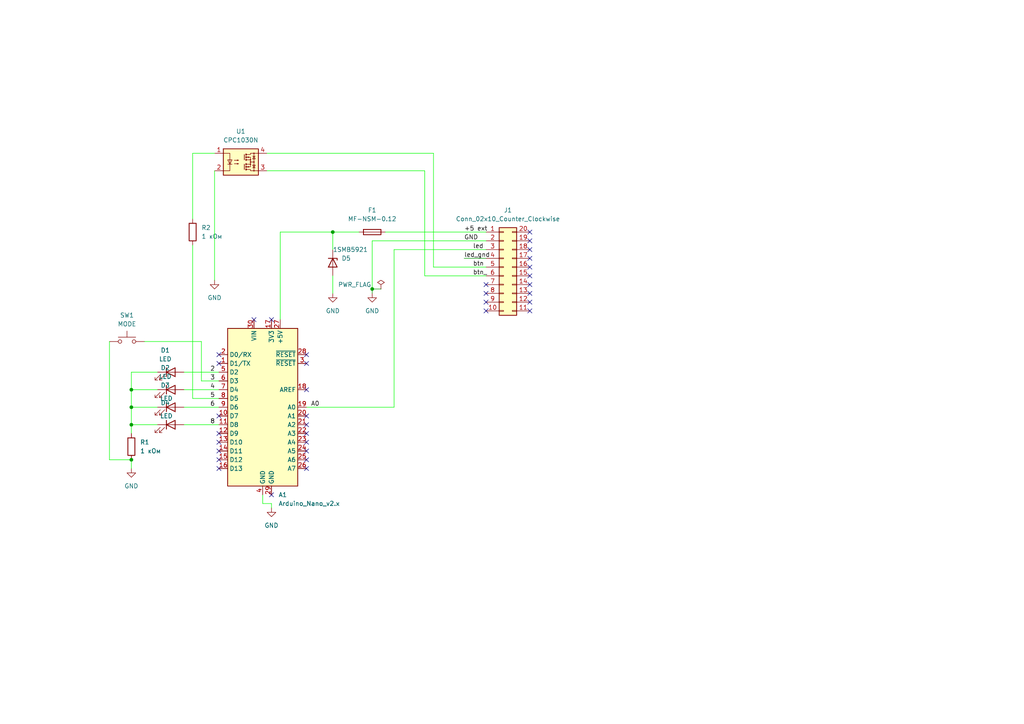
<source format=kicad_sch>
(kicad_sch (version 20211123) (generator eeschema)
  (paper "A4")
  (title_block (title "Conditioner") (date "2022-05-14"))
  (lib_symbols
    (symbol "Connector_Generic:Conn_02x10_Counter_Clockwise" (pin_names (offset 1.016) hide)
      (property "Reference" "J" (at 1.27 12.7 0))
      (property "Value" "Conn_02x10_Counter_Clockwise" (at 1.27 -15.24 0))
      (symbol "Conn_02x10_Counter_Clockwise_1_1"
        (rectangle (start -1.27 -12.573) (end 0 -12.827) (stroke (width 0.1524)))
        (rectangle (start -1.27 -10.033) (end 0 -10.287) (stroke (width 0.1524)))
        (rectangle (start -1.27 -7.493) (end 0 -7.747) (stroke (width 0.1524)))
        (rectangle (start -1.27 -4.953) (end 0 -5.207) (stroke (width 0.1524)))
        (rectangle (start -1.27 -2.413) (end 0 -2.667) (stroke (width 0.1524)))
        (rectangle (start -1.27 0.127) (end 0 -0.127) (stroke (width 0.1524)))
        (rectangle (start -1.27 2.667) (end 0 2.413) (stroke (width 0.1524)))
        (rectangle (start -1.27 5.207) (end 0 4.953) (stroke (width 0.1524)))
        (rectangle (start -1.27 7.747) (end 0 7.493) (stroke (width 0.1524)))
        (rectangle (start -1.27 10.287) (end 0 10.033) (stroke (width 0.1524)))
        (rectangle (start -1.27 11.43) (end 3.81 -13.97) (stroke (width 0.254)) (fill (type background)))
        (rectangle (start 3.81 -12.573) (end 2.54 -12.827) (stroke (width 0.1524)))
        (rectangle (start 3.81 -10.033) (end 2.54 -10.287) (stroke (width 0.1524)))
        (rectangle (start 3.81 -7.493) (end 2.54 -7.747) (stroke (width 0.1524)))
        (rectangle (start 3.81 -4.953) (end 2.54 -5.207) (stroke (width 0.1524)))
        (rectangle (start 3.81 -2.413) (end 2.54 -2.667) (stroke (width 0.1524)))
        (rectangle (start 3.81 0.127) (end 2.54 -0.127) (stroke (width 0.1524)))
        (rectangle (start 3.81 2.667) (end 2.54 2.413) (stroke (width 0.1524)))
        (rectangle (start 3.81 5.207) (end 2.54 4.953) (stroke (width 0.1524)))
        (rectangle (start 3.81 7.747) (end 2.54 7.493) (stroke (width 0.1524)))
        (rectangle (start 3.81 10.287) (end 2.54 10.033) (stroke (width 0.1524)))
        (pin passive line (at -5.08 10.16 0) (length 3.81) (name "Pin_1") (number "1"))
        (pin passive line (at -5.08 -12.7 0) (length 3.81) (name "Pin_10") (number "10"))
        (pin passive line (at 7.62 -12.7 180) (length 3.81) (name "Pin_11") (number "11"))
        (pin passive line (at 7.62 -10.16 180) (length 3.81) (name "Pin_12") (number "12"))
        (pin passive line (at 7.62 -7.62 180) (length 3.81) (name "Pin_13") (number "13"))
        (pin passive line (at 7.62 -5.08 180) (length 3.81) (name "Pin_14") (number "14"))
        (pin passive line (at 7.62 -2.54 180) (length 3.81) (name "Pin_15") (number "15"))
        (pin passive line (at 7.62 0 180) (length 3.81) (name "Pin_16") (number "16"))
        (pin passive line (at 7.62 2.54 180) (length 3.81) (name "Pin_17") (number "17"))
        (pin passive line (at 7.62 5.08 180) (length 3.81) (name "Pin_18") (number "18"))
        (pin passive line (at 7.62 7.62 180) (length 3.81) (name "Pin_19") (number "19"))
        (pin passive line (at -5.08 7.62 0) (length 3.81) (name "Pin_2") (number "2"))
        (pin passive line (at 7.62 10.16 180) (length 3.81) (name "Pin_20") (number "20"))
        (pin passive line (at -5.08 5.08 0) (length 3.81) (name "Pin_3") (number "3"))
        (pin passive line (at -5.08 2.54 0) (length 3.81) (name "Pin_4") (number "4"))
        (pin passive line (at -5.08 0 0) (length 3.81) (name "Pin_5") (number "5"))
        (pin passive line (at -5.08 -2.54 0) (length 3.81) (name "Pin_6") (number "6"))
        (pin passive line (at -5.08 -5.08 0) (length 3.81) (name "Pin_7") (number "7"))
        (pin passive line (at -5.08 -7.62 0) (length 3.81) (name "Pin_8") (number "8"))
        (pin passive line (at -5.08 -10.16 0) (length 3.81) (name "Pin_9") (number "9"))
      )
    )
    (symbol "Device:D_Zener" (pin_numbers hide) (pin_names (offset 1.016) hide)
      (property "Reference" "D" (at 0 2.54 0))
      (property "Value" "D_Zener" (at 0 -2.54 0))
      (symbol "D_Zener_0_1"
        (polyline (pts (xy 1.27 0) (xy -1.27 0)))
        (polyline (pts (xy -1.27 -1.27) (xy -1.27 1.27) (xy -0.762 1.27)) (stroke (width 0.254)))
        (polyline (pts (xy 1.27 -1.27) (xy 1.27 1.27) (xy -1.27 0) (xy 1.27 -1.27)) (stroke (width 0.254)))
      )
      (symbol "D_Zener_1_1"
        (pin passive line (at -3.81 0 0) (length 2.54) (name "K") (number "1"))
        (pin passive line (at 3.81 0 180) (length 2.54) (name "A") (number "2"))
      )
    )
    (symbol "Device:Fuse" (pin_numbers hide) (pin_names (offset 0))
      (property "Reference" "F" (at 2.032 0 90))
      (property "Value" "Fuse" (at -1.905 0 90))
      (symbol "Fuse_0_1"
        (rectangle (start -0.762 -2.54) (end 0.762 2.54) (stroke (width 0.254)))
        (polyline (pts (xy 0 2.54) (xy 0 -2.54)))
      )
      (symbol "Fuse_1_1"
        (pin passive line (at 0 3.81 270) (length 1.27) (name "~") (number "1"))
        (pin passive line (at 0 -3.81 90) (length 1.27) (name "~") (number "2"))
      )
    )
    (symbol "Device:LED" (pin_numbers hide) (pin_names (offset 1.016) hide)
      (property "Reference" "D" (at 0 2.54 0))
      (property "Value" "LED" (at 0 -2.54 0))
      (symbol "LED_0_1"
        (polyline (pts (xy -1.27 -1.27) (xy -1.27 1.27)) (stroke (width 0.254)))
        (polyline (pts (xy -1.27 0) (xy 1.27 0)))
        (polyline (pts (xy 1.27 -1.27) (xy 1.27 1.27) (xy -1.27 0) (xy 1.27 -1.27)) (stroke (width 0.254)))
        (polyline (pts (xy -3.048 -0.762) (xy -4.572 -2.286) (xy -3.81 -2.286) (xy -4.572 -2.286) (xy -4.572 -1.524)))
        (polyline (pts (xy -1.778 -0.762) (xy -3.302 -2.286) (xy -2.54 -2.286) (xy -3.302 -2.286) (xy -3.302 -1.524)))
      )
      (symbol "LED_1_1"
        (pin passive line (at -3.81 0 0) (length 2.54) (name "K") (number "1"))
        (pin passive line (at 3.81 0 180) (length 2.54) (name "A") (number "2"))
      )
    )
    (symbol "Device:R" (pin_numbers hide) (pin_names (offset 0))
      (property "Reference" "R" (at 2.032 0 90))
      (property "Value" "R" (at 0 0 90))
      (symbol "R_0_1"
        (rectangle (start -1.016 -2.54) (end 1.016 2.54) (stroke (width 0.254)))
      )
      (symbol "R_1_1"
        (pin passive line (at 0 3.81 270) (length 1.27) (name "~") (number "1"))
        (pin passive line (at 0 -3.81 90) (length 1.27) (name "~") (number "2"))
      )
    )
    (symbol "MCU_Module:Arduino_Nano_v2.x"
      (property "Reference" "A" (at -10.16 23.495 0))
      (property "Value" "Arduino_Nano_v2.x" (at 5.08 -24.13 0))
      (symbol "Arduino_Nano_v2.x_0_1"
        (rectangle (start -10.16 22.86) (end 10.16 -22.86) (stroke (width 0.254)) (fill (type background)))
      )
      (symbol "Arduino_Nano_v2.x_1_1"
        (pin bidirectional line (at -12.7 12.7 0) (length 2.54) (name "D1/TX") (number "1"))
        (pin bidirectional line (at -12.7 -2.54 0) (length 2.54) (name "D7") (number "10"))
        (pin bidirectional line (at -12.7 -5.08 0) (length 2.54) (name "D8") (number "11"))
        (pin bidirectional line (at -12.7 -7.62 0) (length 2.54) (name "D9") (number "12"))
        (pin bidirectional line (at -12.7 -10.16 0) (length 2.54) (name "D10") (number "13"))
        (pin bidirectional line (at -12.7 -12.7 0) (length 2.54) (name "D11") (number "14"))
        (pin bidirectional line (at -12.7 -15.24 0) (length 2.54) (name "D12") (number "15"))
        (pin bidirectional line (at -12.7 -17.78 0) (length 2.54) (name "D13") (number "16"))
        (pin power_out line (at 2.54 25.4 270) (length 2.54) (name "3V3") (number "17"))
        (pin input line (at 12.7 5.08 180) (length 2.54) (name "AREF") (number "18"))
        (pin bidirectional line (at 12.7 0 180) (length 2.54) (name "A0") (number "19"))
        (pin bidirectional line (at -12.7 15.24 0) (length 2.54) (name "D0/RX") (number "2"))
        (pin bidirectional line (at 12.7 -2.54 180) (length 2.54) (name "A1") (number "20"))
        (pin bidirectional line (at 12.7 -5.08 180) (length 2.54) (name "A2") (number "21"))
        (pin bidirectional line (at 12.7 -7.62 180) (length 2.54) (name "A3") (number "22"))
        (pin bidirectional line (at 12.7 -10.16 180) (length 2.54) (name "A4") (number "23"))
        (pin bidirectional line (at 12.7 -12.7 180) (length 2.54) (name "A5") (number "24"))
        (pin bidirectional line (at 12.7 -15.24 180) (length 2.54) (name "A6") (number "25"))
        (pin bidirectional line (at 12.7 -17.78 180) (length 2.54) (name "A7") (number "26"))
        (pin power_out line (at 5.08 25.4 270) (length 2.54) (name "+5V") (number "27"))
        (pin input line (at 12.7 15.24 180) (length 2.54) (name "~{RESET}") (number "28"))
        (pin power_in line (at 2.54 -25.4 90) (length 2.54) (name "GND") (number "29"))
        (pin input line (at 12.7 12.7 180) (length 2.54) (name "~{RESET}") (number "3"))
        (pin power_in line (at -2.54 25.4 270) (length 2.54) (name "VIN") (number "30"))
        (pin power_in line (at 0 -25.4 90) (length 2.54) (name "GND") (number "4"))
        (pin bidirectional line (at -12.7 10.16 0) (length 2.54) (name "D2") (number "5"))
        (pin bidirectional line (at -12.7 7.62 0) (length 2.54) (name "D3") (number "6"))
        (pin bidirectional line (at -12.7 5.08 0) (length 2.54) (name "D4") (number "7"))
        (pin bidirectional line (at -12.7 2.54 0) (length 2.54) (name "D5") (number "8"))
        (pin bidirectional line (at -12.7 0 0) (length 2.54) (name "D6") (number "9"))
      )
    )
    (symbol "Relay_SolidState:CPC1017N"
      (property "Reference" "U" (at -5.08 5.08 0))
      (property "Value" "CPC1017N" (at 0 5.08 0))
      (symbol "CPC1017N_0_1"
        (rectangle (start -5.08 3.81) (end 5.08 -3.81) (stroke (width 0.254)) (fill (type background)))
        (polyline (pts (xy -3.81 -0.635) (xy -2.54 -0.635)))
        (polyline (pts (xy 1.016 -0.635) (xy 1.016 -2.159)) (stroke (width 0.2032)))
        (polyline (pts (xy 1.016 2.159) (xy 1.016 0.635)) (stroke (width 0.2032)))
        (polyline (pts (xy 1.524 -0.508) (xy 1.524 -0.762)) (stroke (width 0.3556)))
        (polyline (pts (xy 2.794 0) (xy 3.81 0)))
        (polyline (pts (xy 3.429 -1.651) (xy 4.191 -1.651)))
        (polyline (pts (xy 3.429 1.651) (xy 4.191 1.651)))
        (polyline (pts (xy 3.81 -2.54) (xy 3.81 2.54)))
        (polyline (pts (xy 1.524 -2.032) (xy 1.524 -2.286) (xy 1.524 -2.286)) (stroke (width 0.3556)))
        (polyline (pts (xy 1.524 -1.27) (xy 1.524 -1.524) (xy 1.524 -1.524)) (stroke (width 0.3556)))
        (polyline (pts (xy 1.524 0.762) (xy 1.524 0.508) (xy 1.524 0.508)) (stroke (width 0.3556)))
        (polyline (pts (xy 1.524 1.524) (xy 1.524 1.27) (xy 1.524 1.27)) (stroke (width 0.3556)))
        (polyline (pts (xy 1.524 2.286) (xy 1.524 2.032) (xy 1.524 2.032)) (stroke (width 0.3556)))
        (polyline (pts (xy 1.651 -1.397) (xy 2.794 -1.397) (xy 2.794 -0.635)))
        (polyline (pts (xy 1.651 1.397) (xy 2.794 1.397) (xy 2.794 0.635)))
        (polyline (pts (xy -5.08 2.54) (xy -3.175 2.54) (xy -3.175 -2.54) (xy -5.08 -2.54)))
        (polyline (pts (xy -3.175 -0.635) (xy -3.81 0.635) (xy -2.54 0.635) (xy -3.175 -0.635)))
        (polyline (pts (xy 1.651 -2.159) (xy 2.794 -2.159) (xy 2.794 -2.54) (xy 5.08 -2.54)))
        (polyline (pts (xy 1.651 -0.635) (xy 2.794 -0.635) (xy 2.794 0.635) (xy 1.651 0.635)))
        (polyline (pts (xy 1.651 2.159) (xy 2.794 2.159) (xy 2.794 2.54) (xy 5.08 2.54)))
        (polyline (pts (xy 1.778 -1.397) (xy 2.286 -1.27) (xy 2.286 -1.524) (xy 1.778 -1.397)))
        (polyline (pts (xy 1.778 1.397) (xy 2.286 1.524) (xy 2.286 1.27) (xy 1.778 1.397)))
        (polyline (pts (xy 3.81 -1.651) (xy 3.429 -0.889) (xy 4.191 -0.889) (xy 3.81 -1.651)))
        (polyline (pts (xy 3.81 1.651) (xy 3.429 0.889) (xy 4.191 0.889) (xy 3.81 1.651)))
        (polyline (pts (xy -1.905 -0.508) (xy -0.635 -0.508) (xy -1.016 -0.635) (xy -1.016 -0.381) (xy -0.635 -0.508)))
        (polyline (pts (xy -1.905 0.508) (xy -0.635 0.508) (xy -1.016 0.381) (xy -1.016 0.635) (xy -0.635 0.508)))
        (circle (center 2.794 -0.635) (radius 0.127))
        (circle (center 2.794 0) (radius 0.127))
        (circle (center 2.794 0.635) (radius 0.127))
        (circle (center 3.81 -2.54) (radius 0.127))
        (circle (center 3.81 0) (radius 0.127))
        (circle (center 3.81 2.54) (radius 0.127))
      )
      (symbol "CPC1017N_1_1"
        (pin passive line (at -7.62 2.54 0) (length 2.54) (name "~") (number "1"))
        (pin passive line (at -7.62 -2.54 0) (length 2.54) (name "~") (number "2"))
        (pin passive line (at 7.62 -2.54 180) (length 2.54) (name "~") (number "3"))
        (pin passive line (at 7.62 2.54 180) (length 2.54) (name "~") (number "4"))
      )
    )
    (symbol "Switch:SW_Push" (pin_numbers hide) (pin_names (offset 1.016) hide)
      (property "Reference" "SW" (at 1.27 2.54 0))
      (property "Value" "SW_Push" (at 0 -1.524 0))
      (symbol "SW_Push_0_1"
        (circle (center -2.032 0) (radius 0.508))
        (polyline (pts (xy 0 1.27) (xy 0 3.048)))
        (polyline (pts (xy 2.54 1.27) (xy -2.54 1.27)))
        (circle (center 2.032 0) (radius 0.508))
        (pin passive line (at -5.08 0 0) (length 2.54) (name "1") (number "1"))
        (pin passive line (at 5.08 0 180) (length 2.54) (name "2") (number "2"))
      )
    )
    (symbol "power:GND" (power) (pin_names (offset 0))
      (property "Value" "GND" (at 0 -3.81 0))
      (symbol "GND_0_1"
        (polyline (pts (xy 0 0) (xy 0 -1.27) (xy 1.27 -1.27) (xy 0 -2.54) (xy -1.27 -1.27) (xy 0 -1.27)))
      )
      (symbol "GND_1_1"
        (pin power_in line (at 0 0 270) (length 0) hide (name "GND") (number "1"))
      )
    )
    (symbol "power:PWR_FLAG" (power) (pin_numbers hide) (pin_names (offset 0) hide)
      (property "Value" "PWR_FLAG" (at 0 3.81 0))
      (symbol "PWR_FLAG_0_0"
        (pin power_out line (at 0 0 90) (length 0) (name "pwr") (number "1"))
      )
      (symbol "PWR_FLAG_0_1"
        (polyline (pts (xy 0 0) (xy 0 1.27) (xy -1.016 1.905) (xy 0 2.54) (xy 1.016 1.905) (xy 0 1.27)))
      )
    )
  )
  (junction (at 38.1 133.35))
  (junction (at 38.1 123.19))
  (junction (at 96.52 67.31))
  (junction (at 107.95 83.82))
  (junction (at 38.1 113.03))
  (junction (at 38.1 118.11))
  (no_connect (at 78.74 143.51))
  (no_connect (at 78.74 92.71))
  (no_connect (at 63.5 120.65))
  (no_connect (at 63.5 125.73))
  (no_connect (at 63.5 130.81))
  (no_connect (at 63.5 128.27))
  (no_connect (at 63.5 105.41))
  (no_connect (at 63.5 102.87))
  (no_connect (at 73.66 92.71))
  (no_connect (at 63.5 135.89))
  (no_connect (at 63.5 133.35))
  (no_connect (at 88.9 135.89))
  (no_connect (at 88.9 133.35))
  (no_connect (at 88.9 130.81))
  (no_connect (at 88.9 128.27))
  (no_connect (at 88.9 125.73))
  (no_connect (at 88.9 123.19))
  (no_connect (at 88.9 120.65))
  (no_connect (at 88.9 113.03))
  (no_connect (at 88.9 105.41))
  (no_connect (at 88.9 102.87))
  (no_connect (at 140.97 85.09))
  (no_connect (at 153.67 69.85))
  (no_connect (at 153.67 67.31))
  (no_connect (at 153.67 82.55))
  (no_connect (at 153.67 80.01))
  (no_connect (at 153.67 77.47))
  (no_connect (at 153.67 74.93))
  (no_connect (at 153.67 72.39))
  (no_connect (at 140.97 82.55))
  (no_connect (at 140.97 87.63))
  (no_connect (at 140.97 90.17))
  (no_connect (at 153.67 90.17))
  (no_connect (at 153.67 87.63))
  (no_connect (at 153.67 85.09))
  (wire (pts (xy 81.28 67.31) (xy 96.52 67.31)) (stroke (width 0) (color 0 255 0 1)))
  (wire (pts (xy 140.97 77.47) (xy 125.73 77.47)) (stroke (width 0) (color 0 255 0 1)))
  (wire (pts (xy 38.1 123.19) (xy 45.72 123.19)) (stroke (width 0) (color 0 255 0 1)))
  (wire (pts (xy 55.88 44.45) (xy 55.88 63.5)) (stroke (width 0) (color 0 255 0 1)))
  (wire (pts (xy 107.95 83.82) (xy 107.95 85.09)))
  (wire (pts (xy 104.14 67.31) (xy 96.52 67.31)) (stroke (width 0) (color 0 255 0 1)))
  (wire (pts (xy 53.34 123.19) (xy 63.5 123.19)) (stroke (width 0) (color 0 255 0 1)))
  (wire (pts (xy 111.76 67.31) (xy 140.97 67.31)) (stroke (width 0) (color 0 255 0 1)))
  (wire (pts (xy 53.34 118.11) (xy 63.5 118.11)) (stroke (width 0) (color 0 255 0 1)))
  (wire (pts (xy 96.52 80.01) (xy 96.52 85.09)) (stroke (width 0) (color 0 255 0 1)))
  (wire (pts (xy 81.28 67.31) (xy 81.28 92.71)) (stroke (width 0) (color 0 255 0 1)))
  (wire (pts (xy 38.1 107.95) (xy 38.1 113.03)) (stroke (width 0) (color 0 255 0 1)))
  (wire (pts (xy 62.23 49.53) (xy 62.23 81.28)) (stroke (width 0) (color 0 255 0 1)))
  (wire (pts (xy 125.73 77.47) (xy 125.73 44.45)) (stroke (width 0) (color 0 255 0 1)))
  (wire (pts (xy 140.97 72.39) (xy 114.3 72.39)) (stroke (width 0) (color 0 255 0 1)))
  (wire (pts (xy 76.2 143.51) (xy 76.2 146.05)) (stroke (width 0) (color 0 255 0 1)))
  (wire (pts (xy 38.1 123.19) (xy 38.1 125.73)) (stroke (width 0) (color 0 255 0 1)))
  (wire (pts (xy 38.1 113.03) (xy 45.72 113.03)) (stroke (width 0) (color 0 255 0 1)))
  (wire (pts (xy 41.91 99.06) (xy 58.42 99.06)) (stroke (width 0) (color 0 255 0 1)))
  (wire (pts (xy 78.74 146.05) (xy 78.74 147.32)) (stroke (width 0) (color 0 255 0 1)))
  (wire (pts (xy 63.5 115.57) (xy 55.88 115.57)) (stroke (width 0) (color 0 255 0 1)))
  (wire (pts (xy 123.19 80.01) (xy 123.19 49.53)) (stroke (width 0) (color 0 255 0 1)))
  (wire (pts (xy 55.88 71.12) (xy 55.88 115.57)) (stroke (width 0) (color 0 255 0 1)))
  (wire (pts (xy 53.34 113.03) (xy 63.5 113.03)) (stroke (width 0) (color 0 255 0 1)))
  (wire (pts (xy 114.3 72.39) (xy 114.3 118.11)) (stroke (width 0) (color 0 255 0 1)))
  (wire (pts (xy 140.97 69.85) (xy 107.95 69.85)) (stroke (width 0) (color 0 255 0 1)))
  (wire (pts (xy 140.97 80.01) (xy 123.19 80.01)) (stroke (width 0) (color 0 255 0 1)))
  (wire (pts (xy 107.95 69.85) (xy 107.95 83.82)) (stroke (width 0) (color 0 255 0 1)))
  (wire (pts (xy 88.9 118.11) (xy 114.3 118.11)) (stroke (width 0) (color 0 255 0 1)))
  (wire (pts (xy 38.1 133.35) (xy 38.1 135.89)) (stroke (width 0) (color 0 255 0 1)))
  (wire (pts (xy 31.75 133.35) (xy 31.75 99.06)) (stroke (width 0) (color 0 255 0 1)))
  (wire (pts (xy 125.73 44.45) (xy 77.47 44.45)) (stroke (width 0) (color 0 255 0 1)))
  (wire (pts (xy 38.1 113.03) (xy 38.1 118.11)) (stroke (width 0) (color 0 255 0 1)))
  (wire (pts (xy 58.42 99.06) (xy 58.42 110.49)) (stroke (width 0) (color 0 255 0 1)))
  (wire (pts (xy 123.19 49.53) (xy 77.47 49.53)) (stroke (width 0) (color 0 255 0 1)))
  (wire (pts (xy 134.62 74.93) (xy 140.97 74.93)))
  (wire (pts (xy 76.2 146.05) (xy 78.74 146.05)) (stroke (width 0) (color 0 255 0 1)))
  (wire (pts (xy 38.1 133.35) (xy 31.75 133.35)) (stroke (width 0) (color 0 255 0 1)))
  (wire (pts (xy 107.95 83.82) (xy 110.49 83.82)))
  (wire (pts (xy 96.52 67.31) (xy 96.52 72.39)) (stroke (width 0) (color 0 255 0 1)))
  (wire (pts (xy 38.1 118.11) (xy 45.72 118.11)) (stroke (width 0) (color 0 255 0 1)))
  (wire (pts (xy 55.88 44.45) (xy 62.23 44.45)) (stroke (width 0) (color 0 255 0 1)))
  (wire (pts (xy 38.1 107.95) (xy 45.72 107.95)) (stroke (width 0) (color 0 255 0 1)))
  (wire (pts (xy 38.1 118.11) (xy 38.1 123.19)) (stroke (width 0) (color 0 255 0 1)))
  (wire (pts (xy 58.42 110.49) (xy 63.5 110.49)) (stroke (width 0) (color 0 255 0 1)))
  (wire (pts (xy 53.34 107.95) (xy 63.5 107.95)) (stroke (width 0) (color 0 255 0 1)))
  (label "GND" (at 134.62 69.85 0))
  (label "5" (at 60.96 115.57 0))
  (label "led" (at 137.16 72.39 0))
  (label "btn_" (at 137.16 80.01 0))
  (label "8" (at 60.96 123.19 0))
  (label "6" (at 60.96 118.11 0))
  (label "+5 ext" (at 134.62 67.31 0))
  (label "4" (at 60.96 113.03 0))
  (label "led_gnd" (at 134.62 74.93 0))
  (label "2" (at 60.96 107.95 0))
  (label "3" (at 60.96 110.49 0))
  (label "A0" (at 90.17 118.11 0))
  (label "btn" (at 137.16 77.47 0))
  (symbol (lib_id "Connector_Generic:Conn_02x10_Counter_Clockwise") (at 146.05 77.47 0) (unit 1)
    (property "Reference" "J1" (at 147.32 60.96 0))
    (property "Value" "Conn_02x10_Counter_Clockwise" (at 147.32 63.5 0))
  )
  (symbol (lib_id "power:GND") (at 107.95 85.09 0) (unit 1)
    (property "Reference" "#PWR0105" (effects hide))
    (property "Value" "GND" (at 107.95 90.17 0))
  )
  (symbol (lib_id "power:PWR_FLAG") (at 110.49 83.82 0) (unit 1)
    (property "Reference" "#FLG0101" (effects hide))
    (property "Value" "PWR_FLAG" (at 102.87 82.55 0))
  )
  (symbol (lib_id "MCU_Module:Arduino_Nano_v2.x") (at 76.2 118.11 0) (unit 1)
    (property "Reference" "A1" (at 80.7594 143.51 0) (effects (justify left)))
    (property "Value" "Arduino_Nano_v2.x" (at 80.7594 146.05 0) (effects (justify left)))
    (property "Footprint" "Module:Arduino_Nano" (effects hide))
    (property "Datasheet" "https://www.arduino.cc/en/uploads/Main/ArduinoNanoManual23.pdf" (effects hide))
  )
  (symbol (lib_id "Device:Fuse") (at 107.95 67.31 90) (unit 1)
    (property "Reference" "F1" (at 107.95 60.96 90))
    (property "Value" "MF-NSM-0.12" (at 107.95 63.5 90))
  )
  (symbol (lib_id "Device:LED") (at 49.53 118.11 0) (unit 1)
    (property "Reference" "D3" (at 47.9425 111.76 0))
    (property "Value" "LED" (at 48.26 115.57 0))
  )
  (symbol (lib_id "Device:LED") (at 49.53 113.03 0) (unit 1)
    (property "Reference" "D2" (at 47.9425 106.68 0))
    (property "Value" "LED" (at 47.9425 109.22 0))
  )
  (symbol (lib_id "power:GND") (at 96.52 85.09 0) (unit 1)
    (property "Reference" "#PWR0104" (effects hide))
    (property "Value" "GND" (at 96.52 90.17 0))
  )
  (symbol (lib_id "Device:LED") (at 49.53 123.19 0) (unit 1)
    (property "Reference" "D4" (at 47.9425 116.84 0))
    (property "Value" "LED" (at 48.26 120.65 0))
  )
  (symbol (lib_id "power:GND") (at 78.74 147.32 0) (unit 1)
    (property "Reference" "#PWR0102" (effects hide))
    (property "Value" "GND" (at 78.74 152.4 0))
  )
  (symbol (lib_id "Device:D_Zener") (at 96.52 76.2 270) (unit 1)
    (property "Reference" "D5" (at 99.06 74.9299 90) (effects (justify left)))
    (property "Value" "1SMB5921" (at 96.52 72.39 90) (effects (justify left)))
  )
  (symbol (lib_id "power:GND") (at 38.1 135.89 0) (unit 1)
    (property "Reference" "#PWR0103" (effects hide))
    (property "Value" "GND" (at 38.1 140.97 0))
  )
  (symbol (lib_id "Relay_SolidState:CPC1017N") (at 69.85 46.99 0) (unit 1)
    (property "Reference" "U1" (at 69.85 38.1 0))
    (property "Value" "CPC1030N" (at 69.85 40.64 0))
    (property "Footprint" "Package_SO:SOP-4_3.8x4.1mm_P2.54mm" (effects hide))
    (property "Datasheet" "http://www.ixysic.com/home/pdfs.nsf/www/CPC1017N.pdf/$file/CPC1017N.pdf" (effects hide))
  )
  (symbol (lib_id "Device:LED") (at 49.53 107.95 0) (unit 1)
    (property "Reference" "D1" (at 47.9425 101.6 0))
    (property "Value" "LED" (at 47.9425 104.14 0))
  )
  (symbol (lib_id "Switch:SW_Push") (at 36.83 99.06 0) (unit 1)
    (property "Reference" "SW1" (at 36.83 91.44 0))
    (property "Value" "MODE" (at 36.83 93.98 0))
  )
  (symbol (lib_id "power:GND") (at 62.23 81.28 0) (unit 1)
    (property "Reference" "#PWR0101" (effects hide))
    (property "Value" "GND" (at 62.23 86.36 0))
  )
  (symbol (lib_id "Device:R") (at 38.1 129.54 0) (unit 1)
    (property "Reference" "R1" (at 40.64 128.2699 0) (effects (justify left)))
    (property "Value" "1 кОм" (at 40.64 130.8099 0) (effects (justify left)))
  )
  (symbol (lib_id "Device:R") (at 55.88 67.31 0) (unit 1)
    (property "Reference" "R2" (at 58.42 66.0399 0) (effects (justify left)))
    (property "Value" "1 кОм" (at 58.42 68.5799 0) (effects (justify left)))
  )
)
</source>
